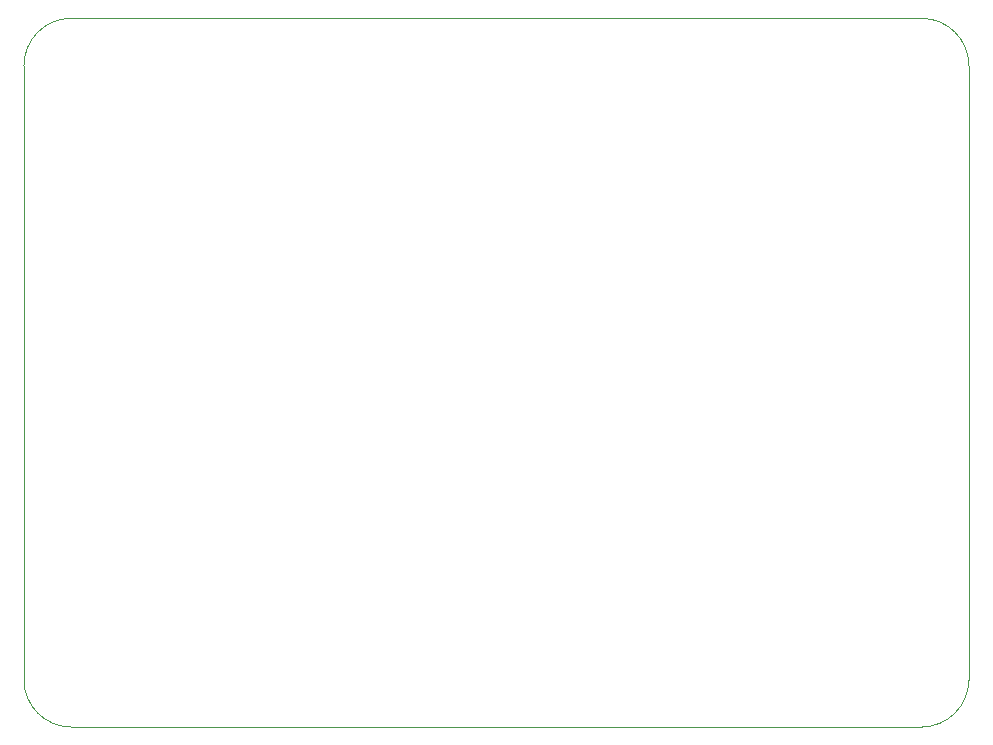
<source format=gm1>
G04 #@! TF.GenerationSoftware,KiCad,Pcbnew,7.0.11-7.0.11~ubuntu22.04.1*
G04 #@! TF.CreationDate,2024-09-11T18:32:06+07:00*
G04 #@! TF.ProjectId,scale,7363616c-652e-46b6-9963-61645f706362,rev?*
G04 #@! TF.SameCoordinates,Original*
G04 #@! TF.FileFunction,Profile,NP*
%FSLAX46Y46*%
G04 Gerber Fmt 4.6, Leading zero omitted, Abs format (unit mm)*
G04 Created by KiCad (PCBNEW 7.0.11-7.0.11~ubuntu22.04.1) date 2024-09-11 18:32:06*
%MOMM*%
%LPD*%
G01*
G04 APERTURE LIST*
G04 #@! TA.AperFunction,Profile*
%ADD10C,0.050000*%
G04 #@! TD*
G04 APERTURE END LIST*
D10*
X0Y-56000000D02*
X0Y-4000000D01*
X0Y-56000000D02*
G75*
G03*
X4000000Y-60000000I4000000J0D01*
G01*
X76000000Y-60000000D02*
G75*
G03*
X80000000Y-56000000I0J4000000D01*
G01*
X4000000Y0D02*
X76000000Y0D01*
X80000000Y-4000000D02*
X80000000Y-56000000D01*
X80000000Y-4000000D02*
G75*
G03*
X76000000Y0I-4000000J0D01*
G01*
X76000000Y-60000000D02*
X4000000Y-60000000D01*
X4000000Y0D02*
G75*
G03*
X0Y-4000000I0J-4000000D01*
G01*
M02*

</source>
